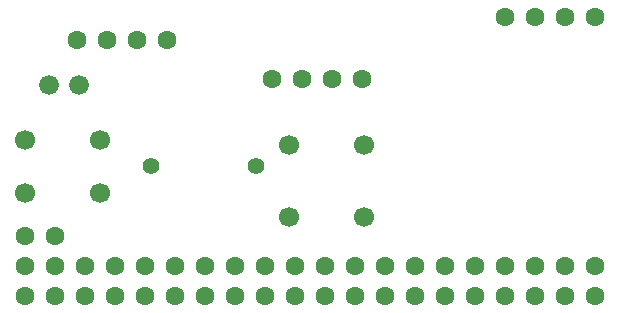
<source format=gbs>
G04 (created by PCBNEW (22-Jun-2014 BZR 4027)-stable) date Wed 17 Feb 2016 21:07:16 GMT*
%MOIN*%
G04 Gerber Fmt 3.4, Leading zero omitted, Abs format*
%FSLAX34Y34*%
G01*
G70*
G90*
G04 APERTURE LIST*
%ADD10C,0.00590551*%
%ADD11C,0.0629921*%
%ADD12C,0.0669291*%
%ADD13C,0.066*%
%ADD14C,0.055*%
G04 APERTURE END LIST*
G54D10*
G54D11*
X94050Y-39550D03*
X95050Y-39550D03*
X93050Y-39550D03*
X96050Y-39550D03*
X86300Y-41600D03*
X87300Y-41600D03*
X85300Y-41600D03*
X88300Y-41600D03*
X80800Y-40300D03*
X79800Y-40300D03*
X81800Y-40300D03*
X78800Y-40300D03*
G54D12*
X85850Y-46200D03*
X88350Y-46200D03*
X77050Y-43650D03*
X79550Y-43650D03*
X85850Y-43800D03*
X88350Y-43800D03*
X77050Y-45400D03*
X79550Y-45400D03*
G54D11*
X77050Y-48850D03*
X77050Y-47850D03*
X78050Y-48850D03*
X78050Y-47850D03*
X79050Y-48850D03*
X79050Y-47850D03*
X80050Y-48850D03*
X80050Y-47850D03*
X81050Y-48850D03*
X81050Y-47850D03*
X82050Y-48850D03*
X82050Y-47850D03*
X83050Y-48850D03*
X83050Y-47850D03*
X84050Y-48850D03*
X84050Y-47850D03*
X85050Y-48850D03*
X85050Y-47850D03*
X86050Y-48850D03*
X86050Y-47850D03*
X87050Y-48850D03*
X87050Y-47850D03*
X88050Y-48850D03*
X88050Y-47850D03*
X89050Y-48850D03*
X89050Y-47850D03*
X90050Y-48850D03*
X90050Y-47850D03*
X91050Y-48850D03*
X91050Y-47850D03*
X92050Y-48850D03*
X92050Y-47850D03*
X93050Y-48850D03*
X93050Y-47850D03*
X94050Y-48850D03*
X94050Y-47850D03*
X95050Y-48850D03*
X95050Y-47850D03*
X96050Y-48850D03*
X96050Y-47850D03*
X77050Y-46850D03*
X78050Y-46850D03*
G54D13*
X77850Y-41800D03*
X78850Y-41800D03*
G54D14*
X84750Y-44500D03*
X81250Y-44500D03*
M02*

</source>
